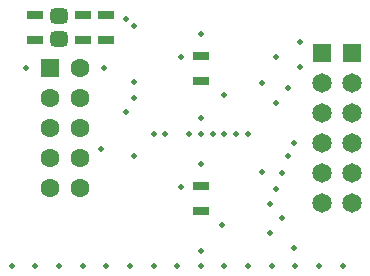
<source format=gbs>
%FSLAX33Y33*%
%MOMM*%
%AMRR-H1470000-W1285000-R300000-RO1.500*
21,1,0.685,1.47,0.,0.,90*
21,1,1.285,0.87,0.,0.,90*
1,1,0.6,-0.435,-0.3425*
1,1,0.6,-0.435,0.3425*
1,1,0.6,0.435,0.3425*
1,1,0.6,0.435,-0.3425*%
%AMRect-W670710-H1320710-RO0.500*
21,1,0.67071,1.32071,0.,0.,270*%
%AMRect-W670710-H1320710-RO1.500*
21,1,0.67071,1.32071,0.,0.,90*%
%ADD10C,0.508*%
%ADD11RR-H1470000-W1285000-R300000-RO1.500*%
%ADD12Rect-W670710-H1320710-RO0.500*%
%ADD13Rect-W670710-H1320710-RO1.500*%
%ADD14R,1.6X1.6*%
%ADD15C,1.6*%
%ADD16R,1.65X1.65*%
%ADD17C,1.65*%
D10*
%LNbottom solder mask_traces*%
G01*
X22900Y6050D03*
X16000Y12000D03*
X25400Y17614D03*
X23400Y7264D03*
X23900Y4875D03*
X24900Y11230D03*
X10700Y13800D03*
X9000Y0750D03*
X20000Y12000D03*
X24350Y15875D03*
X15000Y0750D03*
X13000Y12000D03*
X17000Y20425D03*
X17000Y2064D03*
X22175Y16310D03*
X18825Y4225D03*
X15325Y7475D03*
X3000Y0750D03*
X21000Y12000D03*
X11325Y21075D03*
X8545Y10725D03*
X7000Y0750D03*
X17000Y0750D03*
X21000Y0750D03*
X11325Y16325D03*
X13000Y0750D03*
X19000Y0750D03*
X23400Y14575D03*
X18950Y15225D03*
X15325Y18475D03*
X17000Y9425D03*
X23000Y0750D03*
X8770Y17580D03*
X11325Y10075D03*
X25000Y0750D03*
X22900Y3575D03*
X17000Y13275D03*
X23400Y18475D03*
X23900Y8690D03*
X11325Y15040D03*
X17000Y12000D03*
X14000Y12000D03*
X24900Y2275D03*
X1000Y0750D03*
X25400Y19775D03*
X5000Y0750D03*
X24400Y10075D03*
X2230Y17580D03*
X22175Y8775D03*
X29000Y0750D03*
X18000Y12000D03*
X19000Y12000D03*
X11000Y0750D03*
X10700Y21715D03*
X27000Y0750D03*
%LNbottom solder mask component da4715df17963b43*%
D11*
X5000Y20027D03*
X5000Y21973D03*
%LNbottom solder mask component a382895390425a59*%
D12*
X7000Y22050D03*
X7000Y19950D03*
%LNbottom solder mask component c67acca82e982272*%
D13*
X9000Y19950D03*
X9000Y22050D03*
%LNbottom solder mask component 37d77bcb1c3adade*%
D12*
X3000Y22050D03*
X3000Y19950D03*
%LNbottom solder mask component d124a8ff4e911a43*%
X17000Y7550D03*
X17000Y5450D03*
%LNbottom solder mask component 133d3bada370a9dd*%
D14*
X4230Y17580D03*
D15*
X4230Y15040D03*
X4230Y12500D03*
X4230Y9960D03*
X4230Y7420D03*
X6770Y17580D03*
X6770Y15040D03*
X6770Y12500D03*
X6770Y9960D03*
X6770Y7420D03*
%LNbottom solder mask component 28ac0c2b65682105*%
D12*
X17000Y18550D03*
X17000Y16450D03*
%LNbottom solder mask component d35b117345b5d75e*%
D16*
X29770Y18850D03*
D17*
X29770Y16310D03*
X29770Y13770D03*
X29770Y11230D03*
X29770Y8690D03*
X29770Y6150D03*
X27230Y13770D03*
X27230Y16310D03*
D16*
X27230Y18850D03*
D17*
X27230Y6150D03*
X27230Y8690D03*
X27230Y11230D03*
M02*
</source>
